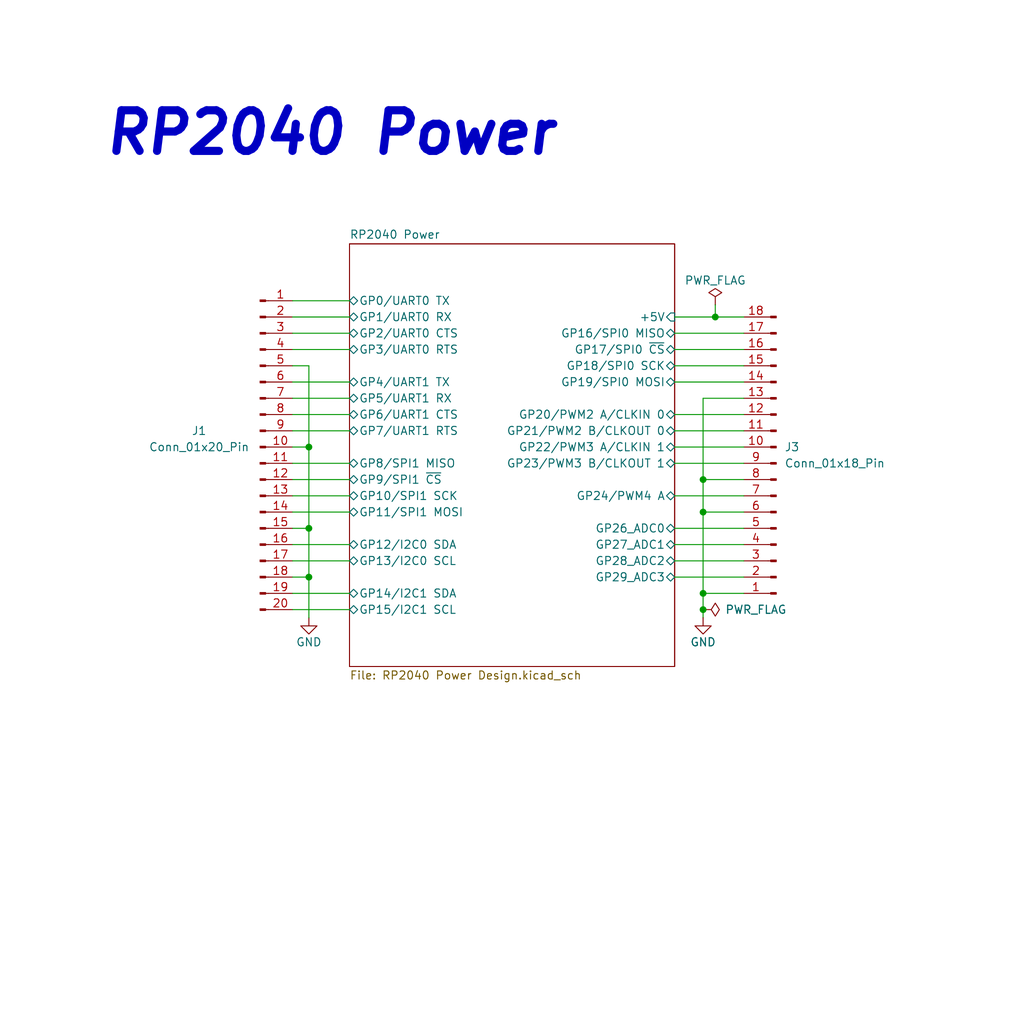
<source format=kicad_sch>
(kicad_sch (version 20231120) (generator "eeschema") (generator_version "8.0")
  (paper "User" 160 160)
  (title_block (title "RP2040 Power") (date "2024-12-29") (rev "V2") (company "Porto Space Team") (comment 1 "Miguel Amorim"))
  (lib_symbols
    (symbol "Connector:Conn_01x18_Pin" (pin_names (offset 1.016) hide)
      (property "Reference" "J" (at 0 22.86 0))
      (property "Value" "Conn_01x18_Pin" (at 0 -25.4 0))
      (symbol "Conn_01x18_Pin_1_1"
        (polyline (pts (xy 1.27 -22.86) (xy 0.8636 -22.86)) (stroke (width 0.1524)))
        (polyline (pts (xy 1.27 -20.32) (xy 0.8636 -20.32)) (stroke (width 0.1524)))
        (polyline (pts (xy 1.27 -17.78) (xy 0.8636 -17.78)) (stroke (width 0.1524)))
        (polyline (pts (xy 1.27 -15.24) (xy 0.8636 -15.24)) (stroke (width 0.1524)))
        (polyline (pts (xy 1.27 -12.7) (xy 0.8636 -12.7)) (stroke (width 0.1524)))
        (polyline (pts (xy 1.27 -10.16) (xy 0.8636 -10.16)) (stroke (width 0.1524)))
        (polyline (pts (xy 1.27 -7.62) (xy 0.8636 -7.62)) (stroke (width 0.1524)))
        (polyline (pts (xy 1.27 -5.08) (xy 0.8636 -5.08)) (stroke (width 0.1524)))
        (polyline (pts (xy 1.27 -2.54) (xy 0.8636 -2.54)) (stroke (width 0.1524)))
        (polyline (pts (xy 1.27 0) (xy 0.8636 0)) (stroke (width 0.1524)))
        (polyline (pts (xy 1.27 2.54) (xy 0.8636 2.54)) (stroke (width 0.1524)))
        (polyline (pts (xy 1.27 5.08) (xy 0.8636 5.08)) (stroke (width 0.1524)))
        (polyline (pts (xy 1.27 7.62) (xy 0.8636 7.62)) (stroke (width 0.1524)))
        (polyline (pts (xy 1.27 10.16) (xy 0.8636 10.16)) (stroke (width 0.1524)))
        (polyline (pts (xy 1.27 12.7) (xy 0.8636 12.7)) (stroke (width 0.1524)))
        (polyline (pts (xy 1.27 15.24) (xy 0.8636 15.24)) (stroke (width 0.1524)))
        (polyline (pts (xy 1.27 17.78) (xy 0.8636 17.78)) (stroke (width 0.1524)))
        (polyline (pts (xy 1.27 20.32) (xy 0.8636 20.32)) (stroke (width 0.1524)))
        (rectangle (start 0.8636 -22.733) (end 0 -22.987) (stroke (width 0.1524)) (fill (type outline)))
        (rectangle (start 0.8636 -20.193) (end 0 -20.447) (stroke (width 0.1524)) (fill (type outline)))
        (rectangle (start 0.8636 -17.653) (end 0 -17.907) (stroke (width 0.1524)) (fill (type outline)))
        (rectangle (start 0.8636 -15.113) (end 0 -15.367) (stroke (width 0.1524)) (fill (type outline)))
        (rectangle (start 0.8636 -12.573) (end 0 -12.827) (stroke (width 0.1524)) (fill (type outline)))
        (rectangle (start 0.8636 -10.033) (end 0 -10.287) (stroke (width 0.1524)) (fill (type outline)))
        (rectangle (start 0.8636 -7.493) (end 0 -7.747) (stroke (width 0.1524)) (fill (type outline)))
        (rectangle (start 0.8636 -4.953) (end 0 -5.207) (stroke (width 0.1524)) (fill (type outline)))
        (rectangle (start 0.8636 -2.413) (end 0 -2.667) (stroke (width 0.1524)) (fill (type outline)))
        (rectangle (start 0.8636 0.127) (end 0 -0.127) (stroke (width 0.1524)) (fill (type outline)))
        (rectangle (start 0.8636 2.667) (end 0 2.413) (stroke (width 0.1524)) (fill (type outline)))
        (rectangle (start 0.8636 5.207) (end 0 4.953) (stroke (width 0.1524)) (fill (type outline)))
        (rectangle (start 0.8636 7.747) (end 0 7.493) (stroke (width 0.1524)) (fill (type outline)))
        (rectangle (start 0.8636 10.287) (end 0 10.033) (stroke (width 0.1524)) (fill (type outline)))
        (rectangle (start 0.8636 12.827) (end 0 12.573) (stroke (width 0.1524)) (fill (type outline)))
        (rectangle (start 0.8636 15.367) (end 0 15.113) (stroke (width 0.1524)) (fill (type outline)))
        (rectangle (start 0.8636 17.907) (end 0 17.653) (stroke (width 0.1524)) (fill (type outline)))
        (rectangle (start 0.8636 20.447) (end 0 20.193) (stroke (width 0.1524)) (fill (type outline)))
        (pin passive line (at 5.08 20.32 180) (length 3.81) (name "Pin_1") (number "1"))
        (pin passive line (at 5.08 -2.54 180) (length 3.81) (name "Pin_10") (number "10"))
        (pin passive line (at 5.08 -5.08 180) (length 3.81) (name "Pin_11") (number "11"))
        (pin passive line (at 5.08 -7.62 180) (length 3.81) (name "Pin_12") (number "12"))
        (pin passive line (at 5.08 -10.16 180) (length 3.81) (name "Pin_13") (number "13"))
        (pin passive line (at 5.08 -12.7 180) (length 3.81) (name "Pin_14") (number "14"))
        (pin passive line (at 5.08 -15.24 180) (length 3.81) (name "Pin_15") (number "15"))
        (pin passive line (at 5.08 -17.78 180) (length 3.81) (name "Pin_16") (number "16"))
        (pin passive line (at 5.08 -20.32 180) (length 3.81) (name "Pin_17") (number "17"))
        (pin passive line (at 5.08 -22.86 180) (length 3.81) (name "Pin_18") (number "18"))
        (pin passive line (at 5.08 17.78 180) (length 3.81) (name "Pin_2") (number "2"))
        (pin passive line (at 5.08 15.24 180) (length 3.81) (name "Pin_3") (number "3"))
        (pin passive line (at 5.08 12.7 180) (length 3.81) (name "Pin_4") (number "4"))
        (pin passive line (at 5.08 10.16 180) (length 3.81) (name "Pin_5") (number "5"))
        (pin passive line (at 5.08 7.62 180) (length 3.81) (name "Pin_6") (number "6"))
        (pin passive line (at 5.08 5.08 180) (length 3.81) (name "Pin_7") (number "7"))
        (pin passive line (at 5.08 2.54 180) (length 3.81) (name "Pin_8") (number "8"))
        (pin passive line (at 5.08 0 180) (length 3.81) (name "Pin_9") (number "9"))
      )
    )
    (symbol "Connector:Conn_01x20_Pin" (pin_names (offset 1.016) hide)
      (property "Reference" "J" (at 0 25.4 0))
      (property "Value" "Conn_01x20_Pin" (at 0 -27.94 0))
      (symbol "Conn_01x20_Pin_1_1"
        (polyline (pts (xy 1.27 -25.4) (xy 0.8636 -25.4)) (stroke (width 0.1524)))
        (polyline (pts (xy 1.27 -22.86) (xy 0.8636 -22.86)) (stroke (width 0.1524)))
        (polyline (pts (xy 1.27 -20.32) (xy 0.8636 -20.32)) (stroke (width 0.1524)))
        (polyline (pts (xy 1.27 -17.78) (xy 0.8636 -17.78)) (stroke (width 0.1524)))
        (polyline (pts (xy 1.27 -15.24) (xy 0.8636 -15.24)) (stroke (width 0.1524)))
        (polyline (pts (xy 1.27 -12.7) (xy 0.8636 -12.7)) (stroke (width 0.1524)))
        (polyline (pts (xy 1.27 -10.16) (xy 0.8636 -10.16)) (stroke (width 0.1524)))
        (polyline (pts (xy 1.27 -7.62) (xy 0.8636 -7.62)) (stroke (width 0.1524)))
        (polyline (pts (xy 1.27 -5.08) (xy 0.8636 -5.08)) (stroke (width 0.1524)))
        (polyline (pts (xy 1.27 -2.54) (xy 0.8636 -2.54)) (stroke (width 0.1524)))
        (polyline (pts (xy 1.27 0) (xy 0.8636 0)) (stroke (width 0.1524)))
        (polyline (pts (xy 1.27 2.54) (xy 0.8636 2.54)) (stroke (width 0.1524)))
        (polyline (pts (xy 1.27 5.08) (xy 0.8636 5.08)) (stroke (width 0.1524)))
        (polyline (pts (xy 1.27 7.62) (xy 0.8636 7.62)) (stroke (width 0.1524)))
        (polyline (pts (xy 1.27 10.16) (xy 0.8636 10.16)) (stroke (width 0.1524)))
        (polyline (pts (xy 1.27 12.7) (xy 0.8636 12.7)) (stroke (width 0.1524)))
        (polyline (pts (xy 1.27 15.24) (xy 0.8636 15.24)) (stroke (width 0.1524)))
        (polyline (pts (xy 1.27 17.78) (xy 0.8636 17.78)) (stroke (width 0.1524)))
        (polyline (pts (xy 1.27 20.32) (xy 0.8636 20.32)) (stroke (width 0.1524)))
        (polyline (pts (xy 1.27 22.86) (xy 0.8636 22.86)) (stroke (width 0.1524)))
        (rectangle (start 0.8636 -25.273) (end 0 -25.527) (stroke (width 0.1524)) (fill (type outline)))
        (rectangle (start 0.8636 -22.733) (end 0 -22.987) (stroke (width 0.1524)) (fill (type outline)))
        (rectangle (start 0.8636 -20.193) (end 0 -20.447) (stroke (width 0.1524)) (fill (type outline)))
        (rectangle (start 0.8636 -17.653) (end 0 -17.907) (stroke (width 0.1524)) (fill (type outline)))
        (rectangle (start 0.8636 -15.113) (end 0 -15.367) (stroke (width 0.1524)) (fill (type outline)))
        (rectangle (start 0.8636 -12.573) (end 0 -12.827) (stroke (width 0.1524)) (fill (type outline)))
        (rectangle (start 0.8636 -10.033) (end 0 -10.287) (stroke (width 0.1524)) (fill (type outline)))
        (rectangle (start 0.8636 -7.493) (end 0 -7.747) (stroke (width 0.1524)) (fill (type outline)))
        (rectangle (start 0.8636 -4.953) (end 0 -5.207) (stroke (width 0.1524)) (fill (type outline)))
        (rectangle (start 0.8636 -2.413) (end 0 -2.667) (stroke (width 0.1524)) (fill (type outline)))
        (rectangle (start 0.8636 0.127) (end 0 -0.127) (stroke (width 0.1524)) (fill (type outline)))
        (rectangle (start 0.8636 2.667) (end 0 2.413) (stroke (width 0.1524)) (fill (type outline)))
        (rectangle (start 0.8636 5.207) (end 0 4.953) (stroke (width 0.1524)) (fill (type outline)))
        (rectangle (start 0.8636 7.747) (end 0 7.493) (stroke (width 0.1524)) (fill (type outline)))
        (rectangle (start 0.8636 10.287) (end 0 10.033) (stroke (width 0.1524)) (fill (type outline)))
        (rectangle (start 0.8636 12.827) (end 0 12.573) (stroke (width 0.1524)) (fill (type outline)))
        (rectangle (start 0.8636 15.367) (end 0 15.113) (stroke (width 0.1524)) (fill (type outline)))
        (rectangle (start 0.8636 17.907) (end 0 17.653) (stroke (width 0.1524)) (fill (type outline)))
        (rectangle (start 0.8636 20.447) (end 0 20.193) (stroke (width 0.1524)) (fill (type outline)))
        (rectangle (start 0.8636 22.987) (end 0 22.733) (stroke (width 0.1524)) (fill (type outline)))
        (pin passive line (at 5.08 22.86 180) (length 3.81) (name "Pin_1") (number "1"))
        (pin passive line (at 5.08 0 180) (length 3.81) (name "Pin_10") (number "10"))
        (pin passive line (at 5.08 -2.54 180) (length 3.81) (name "Pin_11") (number "11"))
        (pin passive line (at 5.08 -5.08 180) (length 3.81) (name "Pin_12") (number "12"))
        (pin passive line (at 5.08 -7.62 180) (length 3.81) (name "Pin_13") (number "13"))
        (pin passive line (at 5.08 -10.16 180) (length 3.81) (name "Pin_14") (number "14"))
        (pin passive line (at 5.08 -12.7 180) (length 3.81) (name "Pin_15") (number "15"))
        (pin passive line (at 5.08 -15.24 180) (length 3.81) (name "Pin_16") (number "16"))
        (pin passive line (at 5.08 -17.78 180) (length 3.81) (name "Pin_17") (number "17"))
        (pin passive line (at 5.08 -20.32 180) (length 3.81) (name "Pin_18") (number "18"))
        (pin passive line (at 5.08 -22.86 180) (length 3.81) (name "Pin_19") (number "19"))
        (pin passive line (at 5.08 20.32 180) (length 3.81) (name "Pin_2") (number "2"))
        (pin passive line (at 5.08 -25.4 180) (length 3.81) (name "Pin_20") (number "20"))
        (pin passive line (at 5.08 17.78 180) (length 3.81) (name "Pin_3") (number "3"))
        (pin passive line (at 5.08 15.24 180) (length 3.81) (name "Pin_4") (number "4"))
        (pin passive line (at 5.08 12.7 180) (length 3.81) (name "Pin_5") (number "5"))
        (pin passive line (at 5.08 10.16 180) (length 3.81) (name "Pin_6") (number "6"))
        (pin passive line (at 5.08 7.62 180) (length 3.81) (name "Pin_7") (number "7"))
        (pin passive line (at 5.08 5.08 180) (length 3.81) (name "Pin_8") (number "8"))
        (pin passive line (at 5.08 2.54 180) (length 3.81) (name "Pin_9") (number "9"))
      )
    )
    (symbol "power:GND" (power) (pin_numbers hide) (pin_names (offset 0) hide)
      (property "Value" "GND" (at 0 -3.81 0))
      (symbol "GND_0_1"
        (polyline (pts (xy 0 0) (xy 0 -1.27) (xy 1.27 -1.27) (xy 0 -2.54) (xy -1.27 -1.27) (xy 0 -1.27)))
      )
      (symbol "GND_1_1"
        (pin power_in line (at 0 0 270) (length 0) (name "~") (number "1"))
      )
    )
    (symbol "power:PWR_FLAG" (power) (pin_numbers hide) (pin_names (offset 0) hide)
      (property "Value" "PWR_FLAG" (at 0 3.81 0))
      (symbol "PWR_FLAG_0_0"
        (pin power_out line (at 0 0 90) (length 0) (name "~") (number "1"))
      )
      (symbol "PWR_FLAG_0_1"
        (polyline (pts (xy 0 0) (xy 0 1.27) (xy -1.016 1.905) (xy 0 2.54) (xy 1.016 1.905) (xy 0 1.27)))
      )
    )
  )
  (junction (at 109.855 92.71))
  (junction (at 109.855 95.25))
  (junction (at 109.855 74.93))
  (junction (at 109.855 80.01))
  (junction (at 48.26 90.17))
  (junction (at 48.26 69.85))
  (junction (at 48.26 82.55))
  (junction (at 111.76 49.53))
  (wire (pts (xy 45.72 49.53) (xy 54.61 49.53)))
  (wire (pts (xy 45.72 59.69) (xy 54.61 59.69)))
  (wire (pts (xy 45.72 67.31) (xy 54.61 67.31)))
  (wire (pts (xy 45.72 57.15) (xy 48.26 57.15)))
  (wire (pts (xy 105.41 87.63) (xy 116.205 87.63)))
  (wire (pts (xy 105.41 64.77) (xy 116.205 64.77)))
  (wire (pts (xy 109.855 80.01) (xy 116.205 80.01)))
  (wire (pts (xy 105.41 59.69) (xy 116.205 59.69)))
  (wire (pts (xy 45.72 87.63) (xy 54.61 87.63)))
  (wire (pts (xy 45.72 62.23) (xy 54.61 62.23)))
  (wire (pts (xy 45.72 85.09) (xy 54.61 85.09)))
  (wire (pts (xy 48.26 69.85) (xy 48.26 82.55)))
  (wire (pts (xy 45.72 92.71) (xy 54.61 92.71)))
  (wire (pts (xy 45.72 54.61) (xy 54.61 54.61)))
  (wire (pts (xy 111.76 49.53) (xy 116.205 49.53)))
  (wire (pts (xy 109.855 74.93) (xy 109.855 80.01)))
  (wire (pts (xy 109.855 80.01) (xy 109.855 92.71)))
  (wire (pts (xy 116.205 62.23) (xy 109.855 62.23)))
  (wire (pts (xy 105.41 77.47) (xy 116.205 77.47)))
  (wire (pts (xy 105.41 85.09) (xy 116.205 85.09)))
  (wire (pts (xy 105.41 57.15) (xy 116.205 57.15)))
  (wire (pts (xy 45.72 80.01) (xy 54.61 80.01)))
  (wire (pts (xy 45.72 64.77) (xy 54.61 64.77)))
  (wire (pts (xy 109.855 62.23) (xy 109.855 74.93)))
  (wire (pts (xy 48.26 57.15) (xy 48.26 69.85)))
  (wire (pts (xy 45.72 77.47) (xy 54.61 77.47)))
  (wire (pts (xy 45.72 46.99) (xy 54.61 46.99)))
  (wire (pts (xy 105.41 49.53) (xy 111.76 49.53)))
  (wire (pts (xy 109.855 92.71) (xy 109.855 95.25)))
  (wire (pts (xy 45.72 72.39) (xy 54.61 72.39)))
  (wire (pts (xy 105.41 69.85) (xy 116.205 69.85)))
  (wire (pts (xy 45.72 90.17) (xy 48.26 90.17)))
  (wire (pts (xy 48.26 90.17) (xy 48.26 96.52)))
  (wire (pts (xy 45.72 69.85) (xy 48.26 69.85)))
  (wire (pts (xy 105.41 90.17) (xy 116.205 90.17)))
  (wire (pts (xy 105.41 72.39) (xy 116.205 72.39)))
  (wire (pts (xy 45.72 95.25) (xy 54.61 95.25)))
  (wire (pts (xy 109.855 95.25) (xy 109.855 96.52)))
  (wire (pts (xy 48.26 82.55) (xy 48.26 90.17)))
  (wire (pts (xy 105.41 67.31) (xy 116.205 67.31)))
  (wire (pts (xy 105.41 54.61) (xy 116.205 54.61)))
  (wire (pts (xy 109.855 74.93) (xy 116.205 74.93)))
  (wire (pts (xy 45.72 52.07) (xy 54.61 52.07)))
  (wire (pts (xy 105.41 82.55) (xy 116.205 82.55)))
  (wire (pts (xy 111.76 47.625) (xy 111.76 49.53)))
  (wire (pts (xy 45.72 74.93) (xy 54.61 74.93)))
  (wire (pts (xy 45.72 82.55) (xy 48.26 82.55)))
  (wire (pts (xy 109.855 92.71) (xy 116.205 92.71)))
  (wire (pts (xy 105.41 52.07) (xy 116.205 52.07)))
  (text "RP2040 Power\n" (at 15.875 20.955 0) (effects (font (size 6.35 6.35) (thickness 1.27) (bold yes) (italic yes)) (justify left)))
  (symbol (lib_id "power:PWR_FLAG") (at 111.76 47.625 0) (unit 1)
    (property "Reference" "#FLG01" (effects (hide yes)))
    (property "Value" "PWR_FLAG" (at 111.76 43.815 0))
    (property "Description" "Special symbol for telling ERC where power comes from" (effects (hide yes)))
  )
  (symbol (lib_id "power:GND") (at 109.855 96.52 0) (unit 1)
    (property "Reference" "#PWR01" (effects (hide yes)))
    (property "Value" "GND" (at 109.855 100.33 0))
    (property "Description" "Power symbol creates a global label with name \"GND\" , ground" (effects (hide yes)))
  )
  (symbol (lib_id "Connector:Conn_01x18_Pin") (at 121.285 72.39 180) (unit 1)
    (property "Reference" "J3" (at 122.555 69.8499 0) (effects (justify right)))
    (property "Value" "Conn_01x18_Pin" (at 122.555 72.3899 0) (effects (justify right)))
    (property "Description" "Generic connector, single row, 01x18, script generated" (effects (hide yes)))
  )
  (symbol (lib_id "Connector:Conn_01x20_Pin") (at 40.64 69.85 0) (unit 1)
    (property "Reference" "J1" (at 31.115 67.31 0))
    (property "Value" "Conn_01x20_Pin" (at 31.115 69.85 0))
    (property "Description" "Generic connector, single row, 01x20, script generated" (effects (hide yes)))
  )
  (symbol (lib_id "power:GND") (at 48.26 96.52 0) (unit 1)
    (property "Reference" "#PWR03" (effects (hide yes)))
    (property "Value" "GND" (at 48.26 100.33 0))
    (property "Description" "Power symbol creates a global label with name \"GND\" , ground" (effects (hide yes)))
  )
  (symbol (lib_id "power:PWR_FLAG") (at 109.855 95.25 270) (unit 1)
    (property "Reference" "#FLG02" (effects (hide yes)))
    (property "Value" "PWR_FLAG" (at 118.11 95.25 90))
    (property "Description" "Special symbol for telling ERC where power comes from" (effects (hide yes)))
  )
  (sheet (at 54.61 38.1) (size 50.8 66.04) (stroke (width 0.1524))
    (property "Sheetname" "RP2040 Power" (at 54.61 37.3884 0) (effects (justify left bottom)))
    (property "Sheetfile" "RP2040 Power Design.kicad_sch" (at 54.61 104.775 0) (effects (justify left top)))
    (pin "GP21{slash}PWM2 B{slash}CLKOUT 0" bidirectional (at 105.41 67.31 0))
    (pin "GP20{slash}PWM2 A{slash}CLKIN 0" bidirectional (at 105.41 64.77 0))
    (pin "GP24{slash}PWM4 A" bidirectional (at 105.41 77.47 0))
    (pin "GP22{slash}PWM3 A{slash}CLKIN 1" bidirectional (at 105.41 69.85 0))
    (pin "GP23{slash}PWM3 B{slash}CLKOUT 1" bidirectional (at 105.41 72.39 0))
    (pin "GP29_ADC3" bidirectional (at 105.41 90.17 0))
    (pin "GP27_ADC1" bidirectional (at 105.41 85.09 0))
    (pin "GP28_ADC2" bidirectional (at 105.41 87.63 0))
    (pin "GP26_ADC0" bidirectional (at 105.41 82.55 0))
    (pin "GP15{slash}I2C1 SCL" bidirectional (at 54.61 95.25 180))
    (pin "GP19{slash}SPI0 MOSI" bidirectional (at 105.41 59.69 0))
    (pin "GP18{slash}SPI0 SCK" bidirectional (at 105.41 57.15 0))
    (pin "GP17{slash}SPI0 ~{CS}" bidirectional (at 105.41 54.61 0))
    (pin "GP3{slash}UART0 RTS" bidirectional (at 54.61 54.61 180))
    (pin "GP1{slash}UART0 RX" bidirectional (at 54.61 49.53 180))
    (pin "GP5{slash}UART1 RX" bidirectional (at 54.61 62.23 180))
    (pin "GP2{slash}UART0 CTS" bidirectional (at 54.61 52.07 180))
    (pin "GP6{slash}UART1 CTS" bidirectional (at 54.61 64.77 180))
    (pin "GP7{slash}UART1 RTS" bidirectional (at 54.61 67.31 180))
    (pin "GP8{slash}SPI1 MISO" bidirectional (at 54.61 72.39 180))
    (pin "GP12{slash}I2C0 SDA" bidirectional (at 54.61 85.09 180))
    (pin "GP11{slash}SPI1 MOSI" bidirectional (at 54.61 80.01 180))
    (pin "GP14{slash}I2C1 SDA" bidirectional (at 54.61 92.71 180))
    (pin "GP13{slash}I2C0 SCL" bidirectional (at 54.61 87.63 180))
    (pin "GP9{slash}SPI1 ~{CS}" bidirectional (at 54.61 74.93 180))
    (pin "GP10{slash}SPI1 SCK" bidirectional (at 54.61 77.47 180))
    (pin "GP16{slash}SPI0 MISO" bidirectional (at 105.41 52.07 0))
    (pin "GP4{slash}UART1 TX" bidirectional (at 54.61 59.69 180))
    (pin "GP0{slash}UART0 TX" bidirectional (at 54.61 46.99 180))
    (pin "+5V" input (at 105.41 49.53 0))
  )
)
</source>
